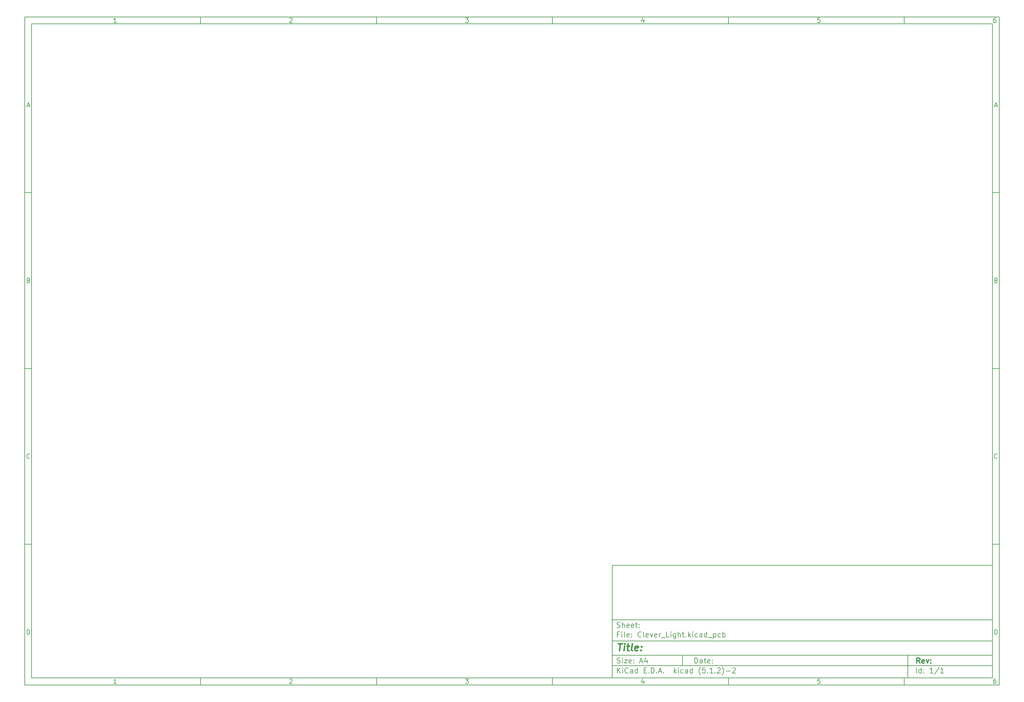
<source format=gbr>
G04 #@! TF.GenerationSoftware,KiCad,Pcbnew,(5.1.2)-2*
G04 #@! TF.CreationDate,2019-08-12T18:41:55+03:00*
G04 #@! TF.ProjectId,Clever_Light,436c6576-6572-45f4-9c69-6768742e6b69,rev?*
G04 #@! TF.SameCoordinates,Original*
G04 #@! TF.FileFunction,Paste,Top*
G04 #@! TF.FilePolarity,Positive*
%FSLAX46Y46*%
G04 Gerber Fmt 4.6, Leading zero omitted, Abs format (unit mm)*
G04 Created by KiCad (PCBNEW (5.1.2)-2) date 2019-08-12 18:41:55*
%MOMM*%
%LPD*%
G04 APERTURE LIST*
%ADD10C,0.100000*%
%ADD11C,0.150000*%
%ADD12C,0.300000*%
%ADD13C,0.400000*%
G04 APERTURE END LIST*
D10*
D11*
X177002200Y-166007200D02*
X177002200Y-198007200D01*
X285002200Y-198007200D01*
X285002200Y-166007200D01*
X177002200Y-166007200D01*
D10*
D11*
X10000000Y-10000000D02*
X10000000Y-200007200D01*
X287002200Y-200007200D01*
X287002200Y-10000000D01*
X10000000Y-10000000D01*
D10*
D11*
X12000000Y-12000000D02*
X12000000Y-198007200D01*
X285002200Y-198007200D01*
X285002200Y-12000000D01*
X12000000Y-12000000D01*
D10*
D11*
X60000000Y-12000000D02*
X60000000Y-10000000D01*
D10*
D11*
X110000000Y-12000000D02*
X110000000Y-10000000D01*
D10*
D11*
X160000000Y-12000000D02*
X160000000Y-10000000D01*
D10*
D11*
X210000000Y-12000000D02*
X210000000Y-10000000D01*
D10*
D11*
X260000000Y-12000000D02*
X260000000Y-10000000D01*
D10*
D11*
X36065476Y-11588095D02*
X35322619Y-11588095D01*
X35694047Y-11588095D02*
X35694047Y-10288095D01*
X35570238Y-10473809D01*
X35446428Y-10597619D01*
X35322619Y-10659523D01*
D10*
D11*
X85322619Y-10411904D02*
X85384523Y-10350000D01*
X85508333Y-10288095D01*
X85817857Y-10288095D01*
X85941666Y-10350000D01*
X86003571Y-10411904D01*
X86065476Y-10535714D01*
X86065476Y-10659523D01*
X86003571Y-10845238D01*
X85260714Y-11588095D01*
X86065476Y-11588095D01*
D10*
D11*
X135260714Y-10288095D02*
X136065476Y-10288095D01*
X135632142Y-10783333D01*
X135817857Y-10783333D01*
X135941666Y-10845238D01*
X136003571Y-10907142D01*
X136065476Y-11030952D01*
X136065476Y-11340476D01*
X136003571Y-11464285D01*
X135941666Y-11526190D01*
X135817857Y-11588095D01*
X135446428Y-11588095D01*
X135322619Y-11526190D01*
X135260714Y-11464285D01*
D10*
D11*
X185941666Y-10721428D02*
X185941666Y-11588095D01*
X185632142Y-10226190D02*
X185322619Y-11154761D01*
X186127380Y-11154761D01*
D10*
D11*
X236003571Y-10288095D02*
X235384523Y-10288095D01*
X235322619Y-10907142D01*
X235384523Y-10845238D01*
X235508333Y-10783333D01*
X235817857Y-10783333D01*
X235941666Y-10845238D01*
X236003571Y-10907142D01*
X236065476Y-11030952D01*
X236065476Y-11340476D01*
X236003571Y-11464285D01*
X235941666Y-11526190D01*
X235817857Y-11588095D01*
X235508333Y-11588095D01*
X235384523Y-11526190D01*
X235322619Y-11464285D01*
D10*
D11*
X285941666Y-10288095D02*
X285694047Y-10288095D01*
X285570238Y-10350000D01*
X285508333Y-10411904D01*
X285384523Y-10597619D01*
X285322619Y-10845238D01*
X285322619Y-11340476D01*
X285384523Y-11464285D01*
X285446428Y-11526190D01*
X285570238Y-11588095D01*
X285817857Y-11588095D01*
X285941666Y-11526190D01*
X286003571Y-11464285D01*
X286065476Y-11340476D01*
X286065476Y-11030952D01*
X286003571Y-10907142D01*
X285941666Y-10845238D01*
X285817857Y-10783333D01*
X285570238Y-10783333D01*
X285446428Y-10845238D01*
X285384523Y-10907142D01*
X285322619Y-11030952D01*
D10*
D11*
X60000000Y-198007200D02*
X60000000Y-200007200D01*
D10*
D11*
X110000000Y-198007200D02*
X110000000Y-200007200D01*
D10*
D11*
X160000000Y-198007200D02*
X160000000Y-200007200D01*
D10*
D11*
X210000000Y-198007200D02*
X210000000Y-200007200D01*
D10*
D11*
X260000000Y-198007200D02*
X260000000Y-200007200D01*
D10*
D11*
X36065476Y-199595295D02*
X35322619Y-199595295D01*
X35694047Y-199595295D02*
X35694047Y-198295295D01*
X35570238Y-198481009D01*
X35446428Y-198604819D01*
X35322619Y-198666723D01*
D10*
D11*
X85322619Y-198419104D02*
X85384523Y-198357200D01*
X85508333Y-198295295D01*
X85817857Y-198295295D01*
X85941666Y-198357200D01*
X86003571Y-198419104D01*
X86065476Y-198542914D01*
X86065476Y-198666723D01*
X86003571Y-198852438D01*
X85260714Y-199595295D01*
X86065476Y-199595295D01*
D10*
D11*
X135260714Y-198295295D02*
X136065476Y-198295295D01*
X135632142Y-198790533D01*
X135817857Y-198790533D01*
X135941666Y-198852438D01*
X136003571Y-198914342D01*
X136065476Y-199038152D01*
X136065476Y-199347676D01*
X136003571Y-199471485D01*
X135941666Y-199533390D01*
X135817857Y-199595295D01*
X135446428Y-199595295D01*
X135322619Y-199533390D01*
X135260714Y-199471485D01*
D10*
D11*
X185941666Y-198728628D02*
X185941666Y-199595295D01*
X185632142Y-198233390D02*
X185322619Y-199161961D01*
X186127380Y-199161961D01*
D10*
D11*
X236003571Y-198295295D02*
X235384523Y-198295295D01*
X235322619Y-198914342D01*
X235384523Y-198852438D01*
X235508333Y-198790533D01*
X235817857Y-198790533D01*
X235941666Y-198852438D01*
X236003571Y-198914342D01*
X236065476Y-199038152D01*
X236065476Y-199347676D01*
X236003571Y-199471485D01*
X235941666Y-199533390D01*
X235817857Y-199595295D01*
X235508333Y-199595295D01*
X235384523Y-199533390D01*
X235322619Y-199471485D01*
D10*
D11*
X285941666Y-198295295D02*
X285694047Y-198295295D01*
X285570238Y-198357200D01*
X285508333Y-198419104D01*
X285384523Y-198604819D01*
X285322619Y-198852438D01*
X285322619Y-199347676D01*
X285384523Y-199471485D01*
X285446428Y-199533390D01*
X285570238Y-199595295D01*
X285817857Y-199595295D01*
X285941666Y-199533390D01*
X286003571Y-199471485D01*
X286065476Y-199347676D01*
X286065476Y-199038152D01*
X286003571Y-198914342D01*
X285941666Y-198852438D01*
X285817857Y-198790533D01*
X285570238Y-198790533D01*
X285446428Y-198852438D01*
X285384523Y-198914342D01*
X285322619Y-199038152D01*
D10*
D11*
X10000000Y-60000000D02*
X12000000Y-60000000D01*
D10*
D11*
X10000000Y-110000000D02*
X12000000Y-110000000D01*
D10*
D11*
X10000000Y-160000000D02*
X12000000Y-160000000D01*
D10*
D11*
X10690476Y-35216666D02*
X11309523Y-35216666D01*
X10566666Y-35588095D02*
X11000000Y-34288095D01*
X11433333Y-35588095D01*
D10*
D11*
X11092857Y-84907142D02*
X11278571Y-84969047D01*
X11340476Y-85030952D01*
X11402380Y-85154761D01*
X11402380Y-85340476D01*
X11340476Y-85464285D01*
X11278571Y-85526190D01*
X11154761Y-85588095D01*
X10659523Y-85588095D01*
X10659523Y-84288095D01*
X11092857Y-84288095D01*
X11216666Y-84350000D01*
X11278571Y-84411904D01*
X11340476Y-84535714D01*
X11340476Y-84659523D01*
X11278571Y-84783333D01*
X11216666Y-84845238D01*
X11092857Y-84907142D01*
X10659523Y-84907142D01*
D10*
D11*
X11402380Y-135464285D02*
X11340476Y-135526190D01*
X11154761Y-135588095D01*
X11030952Y-135588095D01*
X10845238Y-135526190D01*
X10721428Y-135402380D01*
X10659523Y-135278571D01*
X10597619Y-135030952D01*
X10597619Y-134845238D01*
X10659523Y-134597619D01*
X10721428Y-134473809D01*
X10845238Y-134350000D01*
X11030952Y-134288095D01*
X11154761Y-134288095D01*
X11340476Y-134350000D01*
X11402380Y-134411904D01*
D10*
D11*
X10659523Y-185588095D02*
X10659523Y-184288095D01*
X10969047Y-184288095D01*
X11154761Y-184350000D01*
X11278571Y-184473809D01*
X11340476Y-184597619D01*
X11402380Y-184845238D01*
X11402380Y-185030952D01*
X11340476Y-185278571D01*
X11278571Y-185402380D01*
X11154761Y-185526190D01*
X10969047Y-185588095D01*
X10659523Y-185588095D01*
D10*
D11*
X287002200Y-60000000D02*
X285002200Y-60000000D01*
D10*
D11*
X287002200Y-110000000D02*
X285002200Y-110000000D01*
D10*
D11*
X287002200Y-160000000D02*
X285002200Y-160000000D01*
D10*
D11*
X285692676Y-35216666D02*
X286311723Y-35216666D01*
X285568866Y-35588095D02*
X286002200Y-34288095D01*
X286435533Y-35588095D01*
D10*
D11*
X286095057Y-84907142D02*
X286280771Y-84969047D01*
X286342676Y-85030952D01*
X286404580Y-85154761D01*
X286404580Y-85340476D01*
X286342676Y-85464285D01*
X286280771Y-85526190D01*
X286156961Y-85588095D01*
X285661723Y-85588095D01*
X285661723Y-84288095D01*
X286095057Y-84288095D01*
X286218866Y-84350000D01*
X286280771Y-84411904D01*
X286342676Y-84535714D01*
X286342676Y-84659523D01*
X286280771Y-84783333D01*
X286218866Y-84845238D01*
X286095057Y-84907142D01*
X285661723Y-84907142D01*
D10*
D11*
X286404580Y-135464285D02*
X286342676Y-135526190D01*
X286156961Y-135588095D01*
X286033152Y-135588095D01*
X285847438Y-135526190D01*
X285723628Y-135402380D01*
X285661723Y-135278571D01*
X285599819Y-135030952D01*
X285599819Y-134845238D01*
X285661723Y-134597619D01*
X285723628Y-134473809D01*
X285847438Y-134350000D01*
X286033152Y-134288095D01*
X286156961Y-134288095D01*
X286342676Y-134350000D01*
X286404580Y-134411904D01*
D10*
D11*
X285661723Y-185588095D02*
X285661723Y-184288095D01*
X285971247Y-184288095D01*
X286156961Y-184350000D01*
X286280771Y-184473809D01*
X286342676Y-184597619D01*
X286404580Y-184845238D01*
X286404580Y-185030952D01*
X286342676Y-185278571D01*
X286280771Y-185402380D01*
X286156961Y-185526190D01*
X285971247Y-185588095D01*
X285661723Y-185588095D01*
D10*
D11*
X200434342Y-193785771D02*
X200434342Y-192285771D01*
X200791485Y-192285771D01*
X201005771Y-192357200D01*
X201148628Y-192500057D01*
X201220057Y-192642914D01*
X201291485Y-192928628D01*
X201291485Y-193142914D01*
X201220057Y-193428628D01*
X201148628Y-193571485D01*
X201005771Y-193714342D01*
X200791485Y-193785771D01*
X200434342Y-193785771D01*
X202577200Y-193785771D02*
X202577200Y-193000057D01*
X202505771Y-192857200D01*
X202362914Y-192785771D01*
X202077200Y-192785771D01*
X201934342Y-192857200D01*
X202577200Y-193714342D02*
X202434342Y-193785771D01*
X202077200Y-193785771D01*
X201934342Y-193714342D01*
X201862914Y-193571485D01*
X201862914Y-193428628D01*
X201934342Y-193285771D01*
X202077200Y-193214342D01*
X202434342Y-193214342D01*
X202577200Y-193142914D01*
X203077200Y-192785771D02*
X203648628Y-192785771D01*
X203291485Y-192285771D02*
X203291485Y-193571485D01*
X203362914Y-193714342D01*
X203505771Y-193785771D01*
X203648628Y-193785771D01*
X204720057Y-193714342D02*
X204577200Y-193785771D01*
X204291485Y-193785771D01*
X204148628Y-193714342D01*
X204077200Y-193571485D01*
X204077200Y-193000057D01*
X204148628Y-192857200D01*
X204291485Y-192785771D01*
X204577200Y-192785771D01*
X204720057Y-192857200D01*
X204791485Y-193000057D01*
X204791485Y-193142914D01*
X204077200Y-193285771D01*
X205434342Y-193642914D02*
X205505771Y-193714342D01*
X205434342Y-193785771D01*
X205362914Y-193714342D01*
X205434342Y-193642914D01*
X205434342Y-193785771D01*
X205434342Y-192857200D02*
X205505771Y-192928628D01*
X205434342Y-193000057D01*
X205362914Y-192928628D01*
X205434342Y-192857200D01*
X205434342Y-193000057D01*
D10*
D11*
X177002200Y-194507200D02*
X285002200Y-194507200D01*
D10*
D11*
X178434342Y-196585771D02*
X178434342Y-195085771D01*
X179291485Y-196585771D02*
X178648628Y-195728628D01*
X179291485Y-195085771D02*
X178434342Y-195942914D01*
X179934342Y-196585771D02*
X179934342Y-195585771D01*
X179934342Y-195085771D02*
X179862914Y-195157200D01*
X179934342Y-195228628D01*
X180005771Y-195157200D01*
X179934342Y-195085771D01*
X179934342Y-195228628D01*
X181505771Y-196442914D02*
X181434342Y-196514342D01*
X181220057Y-196585771D01*
X181077200Y-196585771D01*
X180862914Y-196514342D01*
X180720057Y-196371485D01*
X180648628Y-196228628D01*
X180577200Y-195942914D01*
X180577200Y-195728628D01*
X180648628Y-195442914D01*
X180720057Y-195300057D01*
X180862914Y-195157200D01*
X181077200Y-195085771D01*
X181220057Y-195085771D01*
X181434342Y-195157200D01*
X181505771Y-195228628D01*
X182791485Y-196585771D02*
X182791485Y-195800057D01*
X182720057Y-195657200D01*
X182577200Y-195585771D01*
X182291485Y-195585771D01*
X182148628Y-195657200D01*
X182791485Y-196514342D02*
X182648628Y-196585771D01*
X182291485Y-196585771D01*
X182148628Y-196514342D01*
X182077200Y-196371485D01*
X182077200Y-196228628D01*
X182148628Y-196085771D01*
X182291485Y-196014342D01*
X182648628Y-196014342D01*
X182791485Y-195942914D01*
X184148628Y-196585771D02*
X184148628Y-195085771D01*
X184148628Y-196514342D02*
X184005771Y-196585771D01*
X183720057Y-196585771D01*
X183577200Y-196514342D01*
X183505771Y-196442914D01*
X183434342Y-196300057D01*
X183434342Y-195871485D01*
X183505771Y-195728628D01*
X183577200Y-195657200D01*
X183720057Y-195585771D01*
X184005771Y-195585771D01*
X184148628Y-195657200D01*
X186005771Y-195800057D02*
X186505771Y-195800057D01*
X186720057Y-196585771D02*
X186005771Y-196585771D01*
X186005771Y-195085771D01*
X186720057Y-195085771D01*
X187362914Y-196442914D02*
X187434342Y-196514342D01*
X187362914Y-196585771D01*
X187291485Y-196514342D01*
X187362914Y-196442914D01*
X187362914Y-196585771D01*
X188077200Y-196585771D02*
X188077200Y-195085771D01*
X188434342Y-195085771D01*
X188648628Y-195157200D01*
X188791485Y-195300057D01*
X188862914Y-195442914D01*
X188934342Y-195728628D01*
X188934342Y-195942914D01*
X188862914Y-196228628D01*
X188791485Y-196371485D01*
X188648628Y-196514342D01*
X188434342Y-196585771D01*
X188077200Y-196585771D01*
X189577200Y-196442914D02*
X189648628Y-196514342D01*
X189577200Y-196585771D01*
X189505771Y-196514342D01*
X189577200Y-196442914D01*
X189577200Y-196585771D01*
X190220057Y-196157200D02*
X190934342Y-196157200D01*
X190077200Y-196585771D02*
X190577200Y-195085771D01*
X191077200Y-196585771D01*
X191577200Y-196442914D02*
X191648628Y-196514342D01*
X191577200Y-196585771D01*
X191505771Y-196514342D01*
X191577200Y-196442914D01*
X191577200Y-196585771D01*
X194577200Y-196585771D02*
X194577200Y-195085771D01*
X194720057Y-196014342D02*
X195148628Y-196585771D01*
X195148628Y-195585771D02*
X194577200Y-196157200D01*
X195791485Y-196585771D02*
X195791485Y-195585771D01*
X195791485Y-195085771D02*
X195720057Y-195157200D01*
X195791485Y-195228628D01*
X195862914Y-195157200D01*
X195791485Y-195085771D01*
X195791485Y-195228628D01*
X197148628Y-196514342D02*
X197005771Y-196585771D01*
X196720057Y-196585771D01*
X196577200Y-196514342D01*
X196505771Y-196442914D01*
X196434342Y-196300057D01*
X196434342Y-195871485D01*
X196505771Y-195728628D01*
X196577200Y-195657200D01*
X196720057Y-195585771D01*
X197005771Y-195585771D01*
X197148628Y-195657200D01*
X198434342Y-196585771D02*
X198434342Y-195800057D01*
X198362914Y-195657200D01*
X198220057Y-195585771D01*
X197934342Y-195585771D01*
X197791485Y-195657200D01*
X198434342Y-196514342D02*
X198291485Y-196585771D01*
X197934342Y-196585771D01*
X197791485Y-196514342D01*
X197720057Y-196371485D01*
X197720057Y-196228628D01*
X197791485Y-196085771D01*
X197934342Y-196014342D01*
X198291485Y-196014342D01*
X198434342Y-195942914D01*
X199791485Y-196585771D02*
X199791485Y-195085771D01*
X199791485Y-196514342D02*
X199648628Y-196585771D01*
X199362914Y-196585771D01*
X199220057Y-196514342D01*
X199148628Y-196442914D01*
X199077200Y-196300057D01*
X199077200Y-195871485D01*
X199148628Y-195728628D01*
X199220057Y-195657200D01*
X199362914Y-195585771D01*
X199648628Y-195585771D01*
X199791485Y-195657200D01*
X202077200Y-197157200D02*
X202005771Y-197085771D01*
X201862914Y-196871485D01*
X201791485Y-196728628D01*
X201720057Y-196514342D01*
X201648628Y-196157200D01*
X201648628Y-195871485D01*
X201720057Y-195514342D01*
X201791485Y-195300057D01*
X201862914Y-195157200D01*
X202005771Y-194942914D01*
X202077200Y-194871485D01*
X203362914Y-195085771D02*
X202648628Y-195085771D01*
X202577200Y-195800057D01*
X202648628Y-195728628D01*
X202791485Y-195657200D01*
X203148628Y-195657200D01*
X203291485Y-195728628D01*
X203362914Y-195800057D01*
X203434342Y-195942914D01*
X203434342Y-196300057D01*
X203362914Y-196442914D01*
X203291485Y-196514342D01*
X203148628Y-196585771D01*
X202791485Y-196585771D01*
X202648628Y-196514342D01*
X202577200Y-196442914D01*
X204077200Y-196442914D02*
X204148628Y-196514342D01*
X204077200Y-196585771D01*
X204005771Y-196514342D01*
X204077200Y-196442914D01*
X204077200Y-196585771D01*
X205577200Y-196585771D02*
X204720057Y-196585771D01*
X205148628Y-196585771D02*
X205148628Y-195085771D01*
X205005771Y-195300057D01*
X204862914Y-195442914D01*
X204720057Y-195514342D01*
X206220057Y-196442914D02*
X206291485Y-196514342D01*
X206220057Y-196585771D01*
X206148628Y-196514342D01*
X206220057Y-196442914D01*
X206220057Y-196585771D01*
X206862914Y-195228628D02*
X206934342Y-195157200D01*
X207077200Y-195085771D01*
X207434342Y-195085771D01*
X207577200Y-195157200D01*
X207648628Y-195228628D01*
X207720057Y-195371485D01*
X207720057Y-195514342D01*
X207648628Y-195728628D01*
X206791485Y-196585771D01*
X207720057Y-196585771D01*
X208220057Y-197157200D02*
X208291485Y-197085771D01*
X208434342Y-196871485D01*
X208505771Y-196728628D01*
X208577200Y-196514342D01*
X208648628Y-196157200D01*
X208648628Y-195871485D01*
X208577200Y-195514342D01*
X208505771Y-195300057D01*
X208434342Y-195157200D01*
X208291485Y-194942914D01*
X208220057Y-194871485D01*
X209362914Y-196014342D02*
X210505771Y-196014342D01*
X211148628Y-195228628D02*
X211220057Y-195157200D01*
X211362914Y-195085771D01*
X211720057Y-195085771D01*
X211862914Y-195157200D01*
X211934342Y-195228628D01*
X212005771Y-195371485D01*
X212005771Y-195514342D01*
X211934342Y-195728628D01*
X211077200Y-196585771D01*
X212005771Y-196585771D01*
D10*
D11*
X177002200Y-191507200D02*
X285002200Y-191507200D01*
D10*
D12*
X264411485Y-193785771D02*
X263911485Y-193071485D01*
X263554342Y-193785771D02*
X263554342Y-192285771D01*
X264125771Y-192285771D01*
X264268628Y-192357200D01*
X264340057Y-192428628D01*
X264411485Y-192571485D01*
X264411485Y-192785771D01*
X264340057Y-192928628D01*
X264268628Y-193000057D01*
X264125771Y-193071485D01*
X263554342Y-193071485D01*
X265625771Y-193714342D02*
X265482914Y-193785771D01*
X265197200Y-193785771D01*
X265054342Y-193714342D01*
X264982914Y-193571485D01*
X264982914Y-193000057D01*
X265054342Y-192857200D01*
X265197200Y-192785771D01*
X265482914Y-192785771D01*
X265625771Y-192857200D01*
X265697200Y-193000057D01*
X265697200Y-193142914D01*
X264982914Y-193285771D01*
X266197200Y-192785771D02*
X266554342Y-193785771D01*
X266911485Y-192785771D01*
X267482914Y-193642914D02*
X267554342Y-193714342D01*
X267482914Y-193785771D01*
X267411485Y-193714342D01*
X267482914Y-193642914D01*
X267482914Y-193785771D01*
X267482914Y-192857200D02*
X267554342Y-192928628D01*
X267482914Y-193000057D01*
X267411485Y-192928628D01*
X267482914Y-192857200D01*
X267482914Y-193000057D01*
D10*
D11*
X178362914Y-193714342D02*
X178577200Y-193785771D01*
X178934342Y-193785771D01*
X179077200Y-193714342D01*
X179148628Y-193642914D01*
X179220057Y-193500057D01*
X179220057Y-193357200D01*
X179148628Y-193214342D01*
X179077200Y-193142914D01*
X178934342Y-193071485D01*
X178648628Y-193000057D01*
X178505771Y-192928628D01*
X178434342Y-192857200D01*
X178362914Y-192714342D01*
X178362914Y-192571485D01*
X178434342Y-192428628D01*
X178505771Y-192357200D01*
X178648628Y-192285771D01*
X179005771Y-192285771D01*
X179220057Y-192357200D01*
X179862914Y-193785771D02*
X179862914Y-192785771D01*
X179862914Y-192285771D02*
X179791485Y-192357200D01*
X179862914Y-192428628D01*
X179934342Y-192357200D01*
X179862914Y-192285771D01*
X179862914Y-192428628D01*
X180434342Y-192785771D02*
X181220057Y-192785771D01*
X180434342Y-193785771D01*
X181220057Y-193785771D01*
X182362914Y-193714342D02*
X182220057Y-193785771D01*
X181934342Y-193785771D01*
X181791485Y-193714342D01*
X181720057Y-193571485D01*
X181720057Y-193000057D01*
X181791485Y-192857200D01*
X181934342Y-192785771D01*
X182220057Y-192785771D01*
X182362914Y-192857200D01*
X182434342Y-193000057D01*
X182434342Y-193142914D01*
X181720057Y-193285771D01*
X183077200Y-193642914D02*
X183148628Y-193714342D01*
X183077200Y-193785771D01*
X183005771Y-193714342D01*
X183077200Y-193642914D01*
X183077200Y-193785771D01*
X183077200Y-192857200D02*
X183148628Y-192928628D01*
X183077200Y-193000057D01*
X183005771Y-192928628D01*
X183077200Y-192857200D01*
X183077200Y-193000057D01*
X184862914Y-193357200D02*
X185577200Y-193357200D01*
X184720057Y-193785771D02*
X185220057Y-192285771D01*
X185720057Y-193785771D01*
X186862914Y-192785771D02*
X186862914Y-193785771D01*
X186505771Y-192214342D02*
X186148628Y-193285771D01*
X187077200Y-193285771D01*
D10*
D11*
X263434342Y-196585771D02*
X263434342Y-195085771D01*
X264791485Y-196585771D02*
X264791485Y-195085771D01*
X264791485Y-196514342D02*
X264648628Y-196585771D01*
X264362914Y-196585771D01*
X264220057Y-196514342D01*
X264148628Y-196442914D01*
X264077200Y-196300057D01*
X264077200Y-195871485D01*
X264148628Y-195728628D01*
X264220057Y-195657200D01*
X264362914Y-195585771D01*
X264648628Y-195585771D01*
X264791485Y-195657200D01*
X265505771Y-196442914D02*
X265577200Y-196514342D01*
X265505771Y-196585771D01*
X265434342Y-196514342D01*
X265505771Y-196442914D01*
X265505771Y-196585771D01*
X265505771Y-195657200D02*
X265577200Y-195728628D01*
X265505771Y-195800057D01*
X265434342Y-195728628D01*
X265505771Y-195657200D01*
X265505771Y-195800057D01*
X268148628Y-196585771D02*
X267291485Y-196585771D01*
X267720057Y-196585771D02*
X267720057Y-195085771D01*
X267577200Y-195300057D01*
X267434342Y-195442914D01*
X267291485Y-195514342D01*
X269862914Y-195014342D02*
X268577200Y-196942914D01*
X271148628Y-196585771D02*
X270291485Y-196585771D01*
X270720057Y-196585771D02*
X270720057Y-195085771D01*
X270577200Y-195300057D01*
X270434342Y-195442914D01*
X270291485Y-195514342D01*
D10*
D11*
X177002200Y-187507200D02*
X285002200Y-187507200D01*
D10*
D13*
X178714580Y-188211961D02*
X179857438Y-188211961D01*
X179036009Y-190211961D02*
X179286009Y-188211961D01*
X180274104Y-190211961D02*
X180440771Y-188878628D01*
X180524104Y-188211961D02*
X180416961Y-188307200D01*
X180500295Y-188402438D01*
X180607438Y-188307200D01*
X180524104Y-188211961D01*
X180500295Y-188402438D01*
X181107438Y-188878628D02*
X181869342Y-188878628D01*
X181476485Y-188211961D02*
X181262200Y-189926247D01*
X181333628Y-190116723D01*
X181512200Y-190211961D01*
X181702676Y-190211961D01*
X182655057Y-190211961D02*
X182476485Y-190116723D01*
X182405057Y-189926247D01*
X182619342Y-188211961D01*
X184190771Y-190116723D02*
X183988390Y-190211961D01*
X183607438Y-190211961D01*
X183428866Y-190116723D01*
X183357438Y-189926247D01*
X183452676Y-189164342D01*
X183571723Y-188973866D01*
X183774104Y-188878628D01*
X184155057Y-188878628D01*
X184333628Y-188973866D01*
X184405057Y-189164342D01*
X184381247Y-189354819D01*
X183405057Y-189545295D01*
X185155057Y-190021485D02*
X185238390Y-190116723D01*
X185131247Y-190211961D01*
X185047914Y-190116723D01*
X185155057Y-190021485D01*
X185131247Y-190211961D01*
X185286009Y-188973866D02*
X185369342Y-189069104D01*
X185262200Y-189164342D01*
X185178866Y-189069104D01*
X185286009Y-188973866D01*
X185262200Y-189164342D01*
D10*
D11*
X178934342Y-185600057D02*
X178434342Y-185600057D01*
X178434342Y-186385771D02*
X178434342Y-184885771D01*
X179148628Y-184885771D01*
X179720057Y-186385771D02*
X179720057Y-185385771D01*
X179720057Y-184885771D02*
X179648628Y-184957200D01*
X179720057Y-185028628D01*
X179791485Y-184957200D01*
X179720057Y-184885771D01*
X179720057Y-185028628D01*
X180648628Y-186385771D02*
X180505771Y-186314342D01*
X180434342Y-186171485D01*
X180434342Y-184885771D01*
X181791485Y-186314342D02*
X181648628Y-186385771D01*
X181362914Y-186385771D01*
X181220057Y-186314342D01*
X181148628Y-186171485D01*
X181148628Y-185600057D01*
X181220057Y-185457200D01*
X181362914Y-185385771D01*
X181648628Y-185385771D01*
X181791485Y-185457200D01*
X181862914Y-185600057D01*
X181862914Y-185742914D01*
X181148628Y-185885771D01*
X182505771Y-186242914D02*
X182577200Y-186314342D01*
X182505771Y-186385771D01*
X182434342Y-186314342D01*
X182505771Y-186242914D01*
X182505771Y-186385771D01*
X182505771Y-185457200D02*
X182577200Y-185528628D01*
X182505771Y-185600057D01*
X182434342Y-185528628D01*
X182505771Y-185457200D01*
X182505771Y-185600057D01*
X185220057Y-186242914D02*
X185148628Y-186314342D01*
X184934342Y-186385771D01*
X184791485Y-186385771D01*
X184577200Y-186314342D01*
X184434342Y-186171485D01*
X184362914Y-186028628D01*
X184291485Y-185742914D01*
X184291485Y-185528628D01*
X184362914Y-185242914D01*
X184434342Y-185100057D01*
X184577200Y-184957200D01*
X184791485Y-184885771D01*
X184934342Y-184885771D01*
X185148628Y-184957200D01*
X185220057Y-185028628D01*
X186077200Y-186385771D02*
X185934342Y-186314342D01*
X185862914Y-186171485D01*
X185862914Y-184885771D01*
X187220057Y-186314342D02*
X187077200Y-186385771D01*
X186791485Y-186385771D01*
X186648628Y-186314342D01*
X186577200Y-186171485D01*
X186577200Y-185600057D01*
X186648628Y-185457200D01*
X186791485Y-185385771D01*
X187077200Y-185385771D01*
X187220057Y-185457200D01*
X187291485Y-185600057D01*
X187291485Y-185742914D01*
X186577200Y-185885771D01*
X187791485Y-185385771D02*
X188148628Y-186385771D01*
X188505771Y-185385771D01*
X189648628Y-186314342D02*
X189505771Y-186385771D01*
X189220057Y-186385771D01*
X189077200Y-186314342D01*
X189005771Y-186171485D01*
X189005771Y-185600057D01*
X189077200Y-185457200D01*
X189220057Y-185385771D01*
X189505771Y-185385771D01*
X189648628Y-185457200D01*
X189720057Y-185600057D01*
X189720057Y-185742914D01*
X189005771Y-185885771D01*
X190362914Y-186385771D02*
X190362914Y-185385771D01*
X190362914Y-185671485D02*
X190434342Y-185528628D01*
X190505771Y-185457200D01*
X190648628Y-185385771D01*
X190791485Y-185385771D01*
X190934342Y-186528628D02*
X192077200Y-186528628D01*
X193148628Y-186385771D02*
X192434342Y-186385771D01*
X192434342Y-184885771D01*
X193648628Y-186385771D02*
X193648628Y-185385771D01*
X193648628Y-184885771D02*
X193577200Y-184957200D01*
X193648628Y-185028628D01*
X193720057Y-184957200D01*
X193648628Y-184885771D01*
X193648628Y-185028628D01*
X195005771Y-185385771D02*
X195005771Y-186600057D01*
X194934342Y-186742914D01*
X194862914Y-186814342D01*
X194720057Y-186885771D01*
X194505771Y-186885771D01*
X194362914Y-186814342D01*
X195005771Y-186314342D02*
X194862914Y-186385771D01*
X194577200Y-186385771D01*
X194434342Y-186314342D01*
X194362914Y-186242914D01*
X194291485Y-186100057D01*
X194291485Y-185671485D01*
X194362914Y-185528628D01*
X194434342Y-185457200D01*
X194577200Y-185385771D01*
X194862914Y-185385771D01*
X195005771Y-185457200D01*
X195720057Y-186385771D02*
X195720057Y-184885771D01*
X196362914Y-186385771D02*
X196362914Y-185600057D01*
X196291485Y-185457200D01*
X196148628Y-185385771D01*
X195934342Y-185385771D01*
X195791485Y-185457200D01*
X195720057Y-185528628D01*
X196862914Y-185385771D02*
X197434342Y-185385771D01*
X197077200Y-184885771D02*
X197077200Y-186171485D01*
X197148628Y-186314342D01*
X197291485Y-186385771D01*
X197434342Y-186385771D01*
X197934342Y-186242914D02*
X198005771Y-186314342D01*
X197934342Y-186385771D01*
X197862914Y-186314342D01*
X197934342Y-186242914D01*
X197934342Y-186385771D01*
X198648628Y-186385771D02*
X198648628Y-184885771D01*
X198791485Y-185814342D02*
X199220057Y-186385771D01*
X199220057Y-185385771D02*
X198648628Y-185957200D01*
X199862914Y-186385771D02*
X199862914Y-185385771D01*
X199862914Y-184885771D02*
X199791485Y-184957200D01*
X199862914Y-185028628D01*
X199934342Y-184957200D01*
X199862914Y-184885771D01*
X199862914Y-185028628D01*
X201220057Y-186314342D02*
X201077200Y-186385771D01*
X200791485Y-186385771D01*
X200648628Y-186314342D01*
X200577200Y-186242914D01*
X200505771Y-186100057D01*
X200505771Y-185671485D01*
X200577200Y-185528628D01*
X200648628Y-185457200D01*
X200791485Y-185385771D01*
X201077200Y-185385771D01*
X201220057Y-185457200D01*
X202505771Y-186385771D02*
X202505771Y-185600057D01*
X202434342Y-185457200D01*
X202291485Y-185385771D01*
X202005771Y-185385771D01*
X201862914Y-185457200D01*
X202505771Y-186314342D02*
X202362914Y-186385771D01*
X202005771Y-186385771D01*
X201862914Y-186314342D01*
X201791485Y-186171485D01*
X201791485Y-186028628D01*
X201862914Y-185885771D01*
X202005771Y-185814342D01*
X202362914Y-185814342D01*
X202505771Y-185742914D01*
X203862914Y-186385771D02*
X203862914Y-184885771D01*
X203862914Y-186314342D02*
X203720057Y-186385771D01*
X203434342Y-186385771D01*
X203291485Y-186314342D01*
X203220057Y-186242914D01*
X203148628Y-186100057D01*
X203148628Y-185671485D01*
X203220057Y-185528628D01*
X203291485Y-185457200D01*
X203434342Y-185385771D01*
X203720057Y-185385771D01*
X203862914Y-185457200D01*
X204220057Y-186528628D02*
X205362914Y-186528628D01*
X205720057Y-185385771D02*
X205720057Y-186885771D01*
X205720057Y-185457200D02*
X205862914Y-185385771D01*
X206148628Y-185385771D01*
X206291485Y-185457200D01*
X206362914Y-185528628D01*
X206434342Y-185671485D01*
X206434342Y-186100057D01*
X206362914Y-186242914D01*
X206291485Y-186314342D01*
X206148628Y-186385771D01*
X205862914Y-186385771D01*
X205720057Y-186314342D01*
X207720057Y-186314342D02*
X207577200Y-186385771D01*
X207291485Y-186385771D01*
X207148628Y-186314342D01*
X207077200Y-186242914D01*
X207005771Y-186100057D01*
X207005771Y-185671485D01*
X207077200Y-185528628D01*
X207148628Y-185457200D01*
X207291485Y-185385771D01*
X207577200Y-185385771D01*
X207720057Y-185457200D01*
X208362914Y-186385771D02*
X208362914Y-184885771D01*
X208362914Y-185457200D02*
X208505771Y-185385771D01*
X208791485Y-185385771D01*
X208934342Y-185457200D01*
X209005771Y-185528628D01*
X209077200Y-185671485D01*
X209077200Y-186100057D01*
X209005771Y-186242914D01*
X208934342Y-186314342D01*
X208791485Y-186385771D01*
X208505771Y-186385771D01*
X208362914Y-186314342D01*
D10*
D11*
X177002200Y-181507200D02*
X285002200Y-181507200D01*
D10*
D11*
X178362914Y-183614342D02*
X178577200Y-183685771D01*
X178934342Y-183685771D01*
X179077200Y-183614342D01*
X179148628Y-183542914D01*
X179220057Y-183400057D01*
X179220057Y-183257200D01*
X179148628Y-183114342D01*
X179077200Y-183042914D01*
X178934342Y-182971485D01*
X178648628Y-182900057D01*
X178505771Y-182828628D01*
X178434342Y-182757200D01*
X178362914Y-182614342D01*
X178362914Y-182471485D01*
X178434342Y-182328628D01*
X178505771Y-182257200D01*
X178648628Y-182185771D01*
X179005771Y-182185771D01*
X179220057Y-182257200D01*
X179862914Y-183685771D02*
X179862914Y-182185771D01*
X180505771Y-183685771D02*
X180505771Y-182900057D01*
X180434342Y-182757200D01*
X180291485Y-182685771D01*
X180077200Y-182685771D01*
X179934342Y-182757200D01*
X179862914Y-182828628D01*
X181791485Y-183614342D02*
X181648628Y-183685771D01*
X181362914Y-183685771D01*
X181220057Y-183614342D01*
X181148628Y-183471485D01*
X181148628Y-182900057D01*
X181220057Y-182757200D01*
X181362914Y-182685771D01*
X181648628Y-182685771D01*
X181791485Y-182757200D01*
X181862914Y-182900057D01*
X181862914Y-183042914D01*
X181148628Y-183185771D01*
X183077200Y-183614342D02*
X182934342Y-183685771D01*
X182648628Y-183685771D01*
X182505771Y-183614342D01*
X182434342Y-183471485D01*
X182434342Y-182900057D01*
X182505771Y-182757200D01*
X182648628Y-182685771D01*
X182934342Y-182685771D01*
X183077200Y-182757200D01*
X183148628Y-182900057D01*
X183148628Y-183042914D01*
X182434342Y-183185771D01*
X183577200Y-182685771D02*
X184148628Y-182685771D01*
X183791485Y-182185771D02*
X183791485Y-183471485D01*
X183862914Y-183614342D01*
X184005771Y-183685771D01*
X184148628Y-183685771D01*
X184648628Y-183542914D02*
X184720057Y-183614342D01*
X184648628Y-183685771D01*
X184577200Y-183614342D01*
X184648628Y-183542914D01*
X184648628Y-183685771D01*
X184648628Y-182757200D02*
X184720057Y-182828628D01*
X184648628Y-182900057D01*
X184577200Y-182828628D01*
X184648628Y-182757200D01*
X184648628Y-182900057D01*
D10*
D11*
X197002200Y-191507200D02*
X197002200Y-194507200D01*
D10*
D11*
X261002200Y-191507200D02*
X261002200Y-198007200D01*
M02*

</source>
